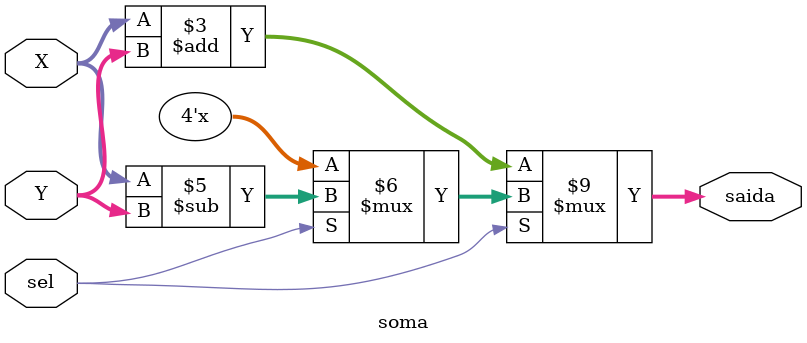
<source format=v>
    
module soma(sel, X, Y, saida);
    input [3:0] X;
    input [3:0] Y;
    output reg [3:0] saida;
    input sel;

    always begin
        if(sel == 0) //soma
            saida <= X + Y;
        else if(sel == 1)begin //sub
            saida <= X - Y;
        end
    end

endmodule // soma e subtracao com vetor de selecao para 0 sendo soma e 1 sendo subtracao
</source>
